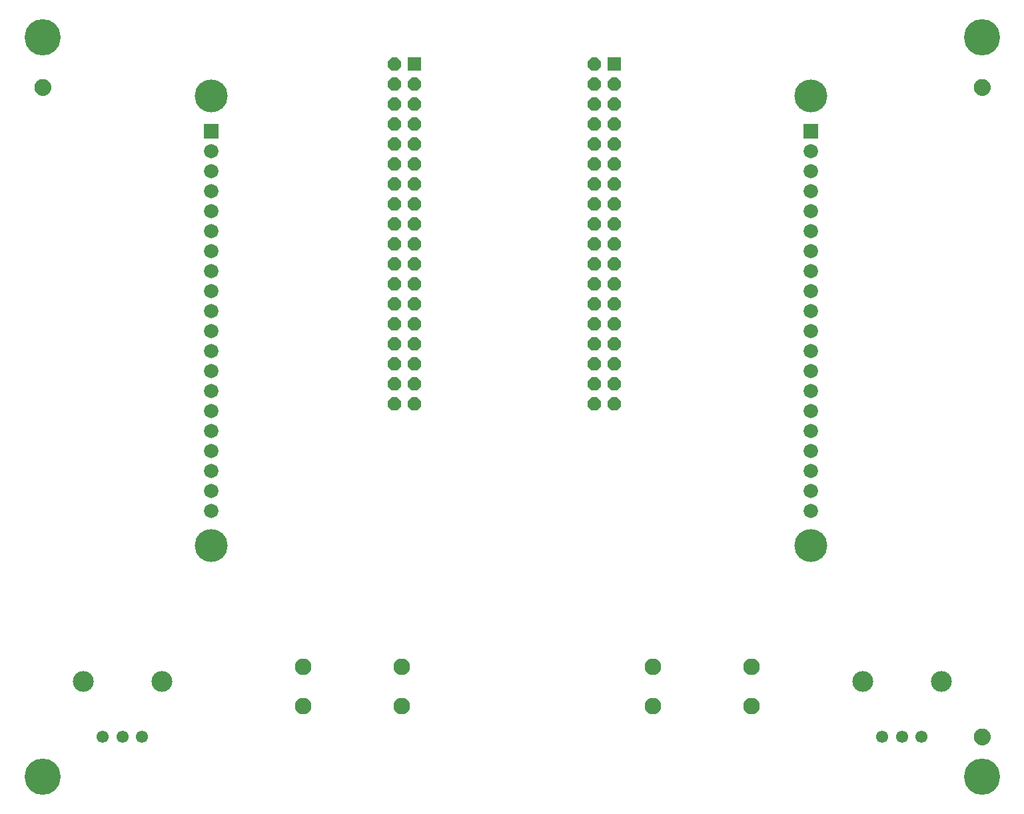
<source format=gbr>
G04 EAGLE Gerber RS-274X export*
G75*
%MOMM*%
%FSLAX34Y34*%
%LPD*%
%INSoldermask Bottom*%
%IPPOS*%
%AMOC8*
5,1,8,0,0,1.08239X$1,22.5*%
G01*
%ADD10R,1.676400X1.676400*%
%ADD11P,1.814519X8X292.500000*%
%ADD12C,1.552400*%
%ADD13C,2.652400*%
%ADD14C,2.112400*%
%ADD15R,1.828800X1.828800*%
%ADD16C,1.828800*%
%ADD17C,4.168400*%
%ADD18C,0.609600*%
%ADD19C,1.168400*%
%ADD20C,4.597400*%


D10*
X764800Y944200D03*
D11*
X739400Y944200D03*
X764800Y918800D03*
X739400Y918800D03*
X764800Y893400D03*
X739400Y893400D03*
X764800Y868000D03*
X739400Y868000D03*
X764800Y842600D03*
X739400Y842600D03*
X764800Y817200D03*
X739400Y817200D03*
X764800Y791800D03*
X739400Y791800D03*
X764800Y766400D03*
X739400Y766400D03*
X764800Y741000D03*
X739400Y741000D03*
X764800Y715600D03*
X739400Y715600D03*
X764800Y690200D03*
X739400Y690200D03*
X764800Y664800D03*
X739400Y664800D03*
X764800Y639400D03*
X739400Y639400D03*
X764800Y614000D03*
X739400Y614000D03*
X764800Y588600D03*
X739400Y588600D03*
X764800Y563200D03*
X739400Y563200D03*
X764800Y537800D03*
X739400Y537800D03*
X764800Y512400D03*
X739400Y512400D03*
D10*
X510800Y944200D03*
D11*
X485400Y944200D03*
X510800Y918800D03*
X485400Y918800D03*
X510800Y893400D03*
X485400Y893400D03*
X510800Y868000D03*
X485400Y868000D03*
X510800Y842600D03*
X485400Y842600D03*
X510800Y817200D03*
X485400Y817200D03*
X510800Y791800D03*
X485400Y791800D03*
X510800Y766400D03*
X485400Y766400D03*
X510800Y741000D03*
X485400Y741000D03*
X510800Y715600D03*
X485400Y715600D03*
X510800Y690200D03*
X485400Y690200D03*
X510800Y664800D03*
X485400Y664800D03*
X510800Y639400D03*
X485400Y639400D03*
X510800Y614000D03*
X485400Y614000D03*
X510800Y588600D03*
X485400Y588600D03*
X510800Y563200D03*
X485400Y563200D03*
X510800Y537800D03*
X485400Y537800D03*
X510800Y512400D03*
X485400Y512400D03*
D12*
X114700Y88900D03*
X139700Y88900D03*
X164700Y88900D03*
D13*
X89700Y158900D03*
X189700Y158900D03*
D12*
X1105300Y88900D03*
X1130300Y88900D03*
X1155300Y88900D03*
D13*
X1080300Y158900D03*
X1180300Y158900D03*
D14*
X494300Y177400D03*
X494300Y127400D03*
X369300Y127400D03*
X369300Y177400D03*
X938800Y177400D03*
X938800Y127400D03*
X813800Y127400D03*
X813800Y177400D03*
D15*
X252730Y858520D03*
D16*
X252730Y833120D03*
X252730Y807720D03*
X252730Y782320D03*
X252730Y756920D03*
X252730Y731520D03*
X252730Y706120D03*
X252730Y680720D03*
X252730Y655320D03*
X252730Y629920D03*
X252730Y604520D03*
X252730Y579120D03*
X252730Y553720D03*
X252730Y528320D03*
X252730Y502920D03*
X252730Y477520D03*
X252730Y452120D03*
X252730Y426720D03*
X252730Y401320D03*
X252730Y375920D03*
D15*
X1014730Y858520D03*
D16*
X1014730Y833120D03*
X1014730Y807720D03*
X1014730Y782320D03*
X1014730Y756920D03*
X1014730Y731520D03*
X1014730Y706120D03*
X1014730Y680720D03*
X1014730Y655320D03*
X1014730Y629920D03*
X1014730Y604520D03*
X1014730Y579120D03*
X1014730Y553720D03*
X1014730Y528320D03*
X1014730Y502920D03*
X1014730Y477520D03*
X1014730Y452120D03*
X1014730Y426720D03*
X1014730Y401320D03*
X1014730Y375920D03*
D17*
X1014730Y331470D03*
X1014730Y902970D03*
X252730Y331470D03*
X252730Y902970D03*
D18*
X30480Y914400D02*
X30482Y914587D01*
X30489Y914774D01*
X30501Y914961D01*
X30517Y915147D01*
X30537Y915333D01*
X30562Y915518D01*
X30592Y915703D01*
X30626Y915887D01*
X30665Y916070D01*
X30708Y916252D01*
X30756Y916432D01*
X30808Y916612D01*
X30865Y916790D01*
X30925Y916967D01*
X30991Y917142D01*
X31060Y917316D01*
X31134Y917488D01*
X31212Y917658D01*
X31294Y917826D01*
X31380Y917992D01*
X31470Y918156D01*
X31564Y918317D01*
X31662Y918477D01*
X31764Y918633D01*
X31870Y918788D01*
X31980Y918939D01*
X32093Y919088D01*
X32210Y919234D01*
X32330Y919377D01*
X32454Y919517D01*
X32581Y919654D01*
X32712Y919788D01*
X32846Y919919D01*
X32983Y920046D01*
X33123Y920170D01*
X33266Y920290D01*
X33412Y920407D01*
X33561Y920520D01*
X33712Y920630D01*
X33867Y920736D01*
X34023Y920838D01*
X34183Y920936D01*
X34344Y921030D01*
X34508Y921120D01*
X34674Y921206D01*
X34842Y921288D01*
X35012Y921366D01*
X35184Y921440D01*
X35358Y921509D01*
X35533Y921575D01*
X35710Y921635D01*
X35888Y921692D01*
X36068Y921744D01*
X36248Y921792D01*
X36430Y921835D01*
X36613Y921874D01*
X36797Y921908D01*
X36982Y921938D01*
X37167Y921963D01*
X37353Y921983D01*
X37539Y921999D01*
X37726Y922011D01*
X37913Y922018D01*
X38100Y922020D01*
X38287Y922018D01*
X38474Y922011D01*
X38661Y921999D01*
X38847Y921983D01*
X39033Y921963D01*
X39218Y921938D01*
X39403Y921908D01*
X39587Y921874D01*
X39770Y921835D01*
X39952Y921792D01*
X40132Y921744D01*
X40312Y921692D01*
X40490Y921635D01*
X40667Y921575D01*
X40842Y921509D01*
X41016Y921440D01*
X41188Y921366D01*
X41358Y921288D01*
X41526Y921206D01*
X41692Y921120D01*
X41856Y921030D01*
X42017Y920936D01*
X42177Y920838D01*
X42333Y920736D01*
X42488Y920630D01*
X42639Y920520D01*
X42788Y920407D01*
X42934Y920290D01*
X43077Y920170D01*
X43217Y920046D01*
X43354Y919919D01*
X43488Y919788D01*
X43619Y919654D01*
X43746Y919517D01*
X43870Y919377D01*
X43990Y919234D01*
X44107Y919088D01*
X44220Y918939D01*
X44330Y918788D01*
X44436Y918633D01*
X44538Y918477D01*
X44636Y918317D01*
X44730Y918156D01*
X44820Y917992D01*
X44906Y917826D01*
X44988Y917658D01*
X45066Y917488D01*
X45140Y917316D01*
X45209Y917142D01*
X45275Y916967D01*
X45335Y916790D01*
X45392Y916612D01*
X45444Y916432D01*
X45492Y916252D01*
X45535Y916070D01*
X45574Y915887D01*
X45608Y915703D01*
X45638Y915518D01*
X45663Y915333D01*
X45683Y915147D01*
X45699Y914961D01*
X45711Y914774D01*
X45718Y914587D01*
X45720Y914400D01*
X45718Y914213D01*
X45711Y914026D01*
X45699Y913839D01*
X45683Y913653D01*
X45663Y913467D01*
X45638Y913282D01*
X45608Y913097D01*
X45574Y912913D01*
X45535Y912730D01*
X45492Y912548D01*
X45444Y912368D01*
X45392Y912188D01*
X45335Y912010D01*
X45275Y911833D01*
X45209Y911658D01*
X45140Y911484D01*
X45066Y911312D01*
X44988Y911142D01*
X44906Y910974D01*
X44820Y910808D01*
X44730Y910644D01*
X44636Y910483D01*
X44538Y910323D01*
X44436Y910167D01*
X44330Y910012D01*
X44220Y909861D01*
X44107Y909712D01*
X43990Y909566D01*
X43870Y909423D01*
X43746Y909283D01*
X43619Y909146D01*
X43488Y909012D01*
X43354Y908881D01*
X43217Y908754D01*
X43077Y908630D01*
X42934Y908510D01*
X42788Y908393D01*
X42639Y908280D01*
X42488Y908170D01*
X42333Y908064D01*
X42177Y907962D01*
X42017Y907864D01*
X41856Y907770D01*
X41692Y907680D01*
X41526Y907594D01*
X41358Y907512D01*
X41188Y907434D01*
X41016Y907360D01*
X40842Y907291D01*
X40667Y907225D01*
X40490Y907165D01*
X40312Y907108D01*
X40132Y907056D01*
X39952Y907008D01*
X39770Y906965D01*
X39587Y906926D01*
X39403Y906892D01*
X39218Y906862D01*
X39033Y906837D01*
X38847Y906817D01*
X38661Y906801D01*
X38474Y906789D01*
X38287Y906782D01*
X38100Y906780D01*
X37913Y906782D01*
X37726Y906789D01*
X37539Y906801D01*
X37353Y906817D01*
X37167Y906837D01*
X36982Y906862D01*
X36797Y906892D01*
X36613Y906926D01*
X36430Y906965D01*
X36248Y907008D01*
X36068Y907056D01*
X35888Y907108D01*
X35710Y907165D01*
X35533Y907225D01*
X35358Y907291D01*
X35184Y907360D01*
X35012Y907434D01*
X34842Y907512D01*
X34674Y907594D01*
X34508Y907680D01*
X34344Y907770D01*
X34183Y907864D01*
X34023Y907962D01*
X33867Y908064D01*
X33712Y908170D01*
X33561Y908280D01*
X33412Y908393D01*
X33266Y908510D01*
X33123Y908630D01*
X32983Y908754D01*
X32846Y908881D01*
X32712Y909012D01*
X32581Y909146D01*
X32454Y909283D01*
X32330Y909423D01*
X32210Y909566D01*
X32093Y909712D01*
X31980Y909861D01*
X31870Y910012D01*
X31764Y910167D01*
X31662Y910323D01*
X31564Y910483D01*
X31470Y910644D01*
X31380Y910808D01*
X31294Y910974D01*
X31212Y911142D01*
X31134Y911312D01*
X31060Y911484D01*
X30991Y911658D01*
X30925Y911833D01*
X30865Y912010D01*
X30808Y912188D01*
X30756Y912368D01*
X30708Y912548D01*
X30665Y912730D01*
X30626Y912913D01*
X30592Y913097D01*
X30562Y913282D01*
X30537Y913467D01*
X30517Y913653D01*
X30501Y913839D01*
X30489Y914026D01*
X30482Y914213D01*
X30480Y914400D01*
D19*
X38100Y914400D03*
D18*
X1224280Y914400D02*
X1224282Y914587D01*
X1224289Y914774D01*
X1224301Y914961D01*
X1224317Y915147D01*
X1224337Y915333D01*
X1224362Y915518D01*
X1224392Y915703D01*
X1224426Y915887D01*
X1224465Y916070D01*
X1224508Y916252D01*
X1224556Y916432D01*
X1224608Y916612D01*
X1224665Y916790D01*
X1224725Y916967D01*
X1224791Y917142D01*
X1224860Y917316D01*
X1224934Y917488D01*
X1225012Y917658D01*
X1225094Y917826D01*
X1225180Y917992D01*
X1225270Y918156D01*
X1225364Y918317D01*
X1225462Y918477D01*
X1225564Y918633D01*
X1225670Y918788D01*
X1225780Y918939D01*
X1225893Y919088D01*
X1226010Y919234D01*
X1226130Y919377D01*
X1226254Y919517D01*
X1226381Y919654D01*
X1226512Y919788D01*
X1226646Y919919D01*
X1226783Y920046D01*
X1226923Y920170D01*
X1227066Y920290D01*
X1227212Y920407D01*
X1227361Y920520D01*
X1227512Y920630D01*
X1227667Y920736D01*
X1227823Y920838D01*
X1227983Y920936D01*
X1228144Y921030D01*
X1228308Y921120D01*
X1228474Y921206D01*
X1228642Y921288D01*
X1228812Y921366D01*
X1228984Y921440D01*
X1229158Y921509D01*
X1229333Y921575D01*
X1229510Y921635D01*
X1229688Y921692D01*
X1229868Y921744D01*
X1230048Y921792D01*
X1230230Y921835D01*
X1230413Y921874D01*
X1230597Y921908D01*
X1230782Y921938D01*
X1230967Y921963D01*
X1231153Y921983D01*
X1231339Y921999D01*
X1231526Y922011D01*
X1231713Y922018D01*
X1231900Y922020D01*
X1232087Y922018D01*
X1232274Y922011D01*
X1232461Y921999D01*
X1232647Y921983D01*
X1232833Y921963D01*
X1233018Y921938D01*
X1233203Y921908D01*
X1233387Y921874D01*
X1233570Y921835D01*
X1233752Y921792D01*
X1233932Y921744D01*
X1234112Y921692D01*
X1234290Y921635D01*
X1234467Y921575D01*
X1234642Y921509D01*
X1234816Y921440D01*
X1234988Y921366D01*
X1235158Y921288D01*
X1235326Y921206D01*
X1235492Y921120D01*
X1235656Y921030D01*
X1235817Y920936D01*
X1235977Y920838D01*
X1236133Y920736D01*
X1236288Y920630D01*
X1236439Y920520D01*
X1236588Y920407D01*
X1236734Y920290D01*
X1236877Y920170D01*
X1237017Y920046D01*
X1237154Y919919D01*
X1237288Y919788D01*
X1237419Y919654D01*
X1237546Y919517D01*
X1237670Y919377D01*
X1237790Y919234D01*
X1237907Y919088D01*
X1238020Y918939D01*
X1238130Y918788D01*
X1238236Y918633D01*
X1238338Y918477D01*
X1238436Y918317D01*
X1238530Y918156D01*
X1238620Y917992D01*
X1238706Y917826D01*
X1238788Y917658D01*
X1238866Y917488D01*
X1238940Y917316D01*
X1239009Y917142D01*
X1239075Y916967D01*
X1239135Y916790D01*
X1239192Y916612D01*
X1239244Y916432D01*
X1239292Y916252D01*
X1239335Y916070D01*
X1239374Y915887D01*
X1239408Y915703D01*
X1239438Y915518D01*
X1239463Y915333D01*
X1239483Y915147D01*
X1239499Y914961D01*
X1239511Y914774D01*
X1239518Y914587D01*
X1239520Y914400D01*
X1239518Y914213D01*
X1239511Y914026D01*
X1239499Y913839D01*
X1239483Y913653D01*
X1239463Y913467D01*
X1239438Y913282D01*
X1239408Y913097D01*
X1239374Y912913D01*
X1239335Y912730D01*
X1239292Y912548D01*
X1239244Y912368D01*
X1239192Y912188D01*
X1239135Y912010D01*
X1239075Y911833D01*
X1239009Y911658D01*
X1238940Y911484D01*
X1238866Y911312D01*
X1238788Y911142D01*
X1238706Y910974D01*
X1238620Y910808D01*
X1238530Y910644D01*
X1238436Y910483D01*
X1238338Y910323D01*
X1238236Y910167D01*
X1238130Y910012D01*
X1238020Y909861D01*
X1237907Y909712D01*
X1237790Y909566D01*
X1237670Y909423D01*
X1237546Y909283D01*
X1237419Y909146D01*
X1237288Y909012D01*
X1237154Y908881D01*
X1237017Y908754D01*
X1236877Y908630D01*
X1236734Y908510D01*
X1236588Y908393D01*
X1236439Y908280D01*
X1236288Y908170D01*
X1236133Y908064D01*
X1235977Y907962D01*
X1235817Y907864D01*
X1235656Y907770D01*
X1235492Y907680D01*
X1235326Y907594D01*
X1235158Y907512D01*
X1234988Y907434D01*
X1234816Y907360D01*
X1234642Y907291D01*
X1234467Y907225D01*
X1234290Y907165D01*
X1234112Y907108D01*
X1233932Y907056D01*
X1233752Y907008D01*
X1233570Y906965D01*
X1233387Y906926D01*
X1233203Y906892D01*
X1233018Y906862D01*
X1232833Y906837D01*
X1232647Y906817D01*
X1232461Y906801D01*
X1232274Y906789D01*
X1232087Y906782D01*
X1231900Y906780D01*
X1231713Y906782D01*
X1231526Y906789D01*
X1231339Y906801D01*
X1231153Y906817D01*
X1230967Y906837D01*
X1230782Y906862D01*
X1230597Y906892D01*
X1230413Y906926D01*
X1230230Y906965D01*
X1230048Y907008D01*
X1229868Y907056D01*
X1229688Y907108D01*
X1229510Y907165D01*
X1229333Y907225D01*
X1229158Y907291D01*
X1228984Y907360D01*
X1228812Y907434D01*
X1228642Y907512D01*
X1228474Y907594D01*
X1228308Y907680D01*
X1228144Y907770D01*
X1227983Y907864D01*
X1227823Y907962D01*
X1227667Y908064D01*
X1227512Y908170D01*
X1227361Y908280D01*
X1227212Y908393D01*
X1227066Y908510D01*
X1226923Y908630D01*
X1226783Y908754D01*
X1226646Y908881D01*
X1226512Y909012D01*
X1226381Y909146D01*
X1226254Y909283D01*
X1226130Y909423D01*
X1226010Y909566D01*
X1225893Y909712D01*
X1225780Y909861D01*
X1225670Y910012D01*
X1225564Y910167D01*
X1225462Y910323D01*
X1225364Y910483D01*
X1225270Y910644D01*
X1225180Y910808D01*
X1225094Y910974D01*
X1225012Y911142D01*
X1224934Y911312D01*
X1224860Y911484D01*
X1224791Y911658D01*
X1224725Y911833D01*
X1224665Y912010D01*
X1224608Y912188D01*
X1224556Y912368D01*
X1224508Y912548D01*
X1224465Y912730D01*
X1224426Y912913D01*
X1224392Y913097D01*
X1224362Y913282D01*
X1224337Y913467D01*
X1224317Y913653D01*
X1224301Y913839D01*
X1224289Y914026D01*
X1224282Y914213D01*
X1224280Y914400D01*
D19*
X1231900Y914400D03*
D18*
X1224280Y88900D02*
X1224282Y89087D01*
X1224289Y89274D01*
X1224301Y89461D01*
X1224317Y89647D01*
X1224337Y89833D01*
X1224362Y90018D01*
X1224392Y90203D01*
X1224426Y90387D01*
X1224465Y90570D01*
X1224508Y90752D01*
X1224556Y90932D01*
X1224608Y91112D01*
X1224665Y91290D01*
X1224725Y91467D01*
X1224791Y91642D01*
X1224860Y91816D01*
X1224934Y91988D01*
X1225012Y92158D01*
X1225094Y92326D01*
X1225180Y92492D01*
X1225270Y92656D01*
X1225364Y92817D01*
X1225462Y92977D01*
X1225564Y93133D01*
X1225670Y93288D01*
X1225780Y93439D01*
X1225893Y93588D01*
X1226010Y93734D01*
X1226130Y93877D01*
X1226254Y94017D01*
X1226381Y94154D01*
X1226512Y94288D01*
X1226646Y94419D01*
X1226783Y94546D01*
X1226923Y94670D01*
X1227066Y94790D01*
X1227212Y94907D01*
X1227361Y95020D01*
X1227512Y95130D01*
X1227667Y95236D01*
X1227823Y95338D01*
X1227983Y95436D01*
X1228144Y95530D01*
X1228308Y95620D01*
X1228474Y95706D01*
X1228642Y95788D01*
X1228812Y95866D01*
X1228984Y95940D01*
X1229158Y96009D01*
X1229333Y96075D01*
X1229510Y96135D01*
X1229688Y96192D01*
X1229868Y96244D01*
X1230048Y96292D01*
X1230230Y96335D01*
X1230413Y96374D01*
X1230597Y96408D01*
X1230782Y96438D01*
X1230967Y96463D01*
X1231153Y96483D01*
X1231339Y96499D01*
X1231526Y96511D01*
X1231713Y96518D01*
X1231900Y96520D01*
X1232087Y96518D01*
X1232274Y96511D01*
X1232461Y96499D01*
X1232647Y96483D01*
X1232833Y96463D01*
X1233018Y96438D01*
X1233203Y96408D01*
X1233387Y96374D01*
X1233570Y96335D01*
X1233752Y96292D01*
X1233932Y96244D01*
X1234112Y96192D01*
X1234290Y96135D01*
X1234467Y96075D01*
X1234642Y96009D01*
X1234816Y95940D01*
X1234988Y95866D01*
X1235158Y95788D01*
X1235326Y95706D01*
X1235492Y95620D01*
X1235656Y95530D01*
X1235817Y95436D01*
X1235977Y95338D01*
X1236133Y95236D01*
X1236288Y95130D01*
X1236439Y95020D01*
X1236588Y94907D01*
X1236734Y94790D01*
X1236877Y94670D01*
X1237017Y94546D01*
X1237154Y94419D01*
X1237288Y94288D01*
X1237419Y94154D01*
X1237546Y94017D01*
X1237670Y93877D01*
X1237790Y93734D01*
X1237907Y93588D01*
X1238020Y93439D01*
X1238130Y93288D01*
X1238236Y93133D01*
X1238338Y92977D01*
X1238436Y92817D01*
X1238530Y92656D01*
X1238620Y92492D01*
X1238706Y92326D01*
X1238788Y92158D01*
X1238866Y91988D01*
X1238940Y91816D01*
X1239009Y91642D01*
X1239075Y91467D01*
X1239135Y91290D01*
X1239192Y91112D01*
X1239244Y90932D01*
X1239292Y90752D01*
X1239335Y90570D01*
X1239374Y90387D01*
X1239408Y90203D01*
X1239438Y90018D01*
X1239463Y89833D01*
X1239483Y89647D01*
X1239499Y89461D01*
X1239511Y89274D01*
X1239518Y89087D01*
X1239520Y88900D01*
X1239518Y88713D01*
X1239511Y88526D01*
X1239499Y88339D01*
X1239483Y88153D01*
X1239463Y87967D01*
X1239438Y87782D01*
X1239408Y87597D01*
X1239374Y87413D01*
X1239335Y87230D01*
X1239292Y87048D01*
X1239244Y86868D01*
X1239192Y86688D01*
X1239135Y86510D01*
X1239075Y86333D01*
X1239009Y86158D01*
X1238940Y85984D01*
X1238866Y85812D01*
X1238788Y85642D01*
X1238706Y85474D01*
X1238620Y85308D01*
X1238530Y85144D01*
X1238436Y84983D01*
X1238338Y84823D01*
X1238236Y84667D01*
X1238130Y84512D01*
X1238020Y84361D01*
X1237907Y84212D01*
X1237790Y84066D01*
X1237670Y83923D01*
X1237546Y83783D01*
X1237419Y83646D01*
X1237288Y83512D01*
X1237154Y83381D01*
X1237017Y83254D01*
X1236877Y83130D01*
X1236734Y83010D01*
X1236588Y82893D01*
X1236439Y82780D01*
X1236288Y82670D01*
X1236133Y82564D01*
X1235977Y82462D01*
X1235817Y82364D01*
X1235656Y82270D01*
X1235492Y82180D01*
X1235326Y82094D01*
X1235158Y82012D01*
X1234988Y81934D01*
X1234816Y81860D01*
X1234642Y81791D01*
X1234467Y81725D01*
X1234290Y81665D01*
X1234112Y81608D01*
X1233932Y81556D01*
X1233752Y81508D01*
X1233570Y81465D01*
X1233387Y81426D01*
X1233203Y81392D01*
X1233018Y81362D01*
X1232833Y81337D01*
X1232647Y81317D01*
X1232461Y81301D01*
X1232274Y81289D01*
X1232087Y81282D01*
X1231900Y81280D01*
X1231713Y81282D01*
X1231526Y81289D01*
X1231339Y81301D01*
X1231153Y81317D01*
X1230967Y81337D01*
X1230782Y81362D01*
X1230597Y81392D01*
X1230413Y81426D01*
X1230230Y81465D01*
X1230048Y81508D01*
X1229868Y81556D01*
X1229688Y81608D01*
X1229510Y81665D01*
X1229333Y81725D01*
X1229158Y81791D01*
X1228984Y81860D01*
X1228812Y81934D01*
X1228642Y82012D01*
X1228474Y82094D01*
X1228308Y82180D01*
X1228144Y82270D01*
X1227983Y82364D01*
X1227823Y82462D01*
X1227667Y82564D01*
X1227512Y82670D01*
X1227361Y82780D01*
X1227212Y82893D01*
X1227066Y83010D01*
X1226923Y83130D01*
X1226783Y83254D01*
X1226646Y83381D01*
X1226512Y83512D01*
X1226381Y83646D01*
X1226254Y83783D01*
X1226130Y83923D01*
X1226010Y84066D01*
X1225893Y84212D01*
X1225780Y84361D01*
X1225670Y84512D01*
X1225564Y84667D01*
X1225462Y84823D01*
X1225364Y84983D01*
X1225270Y85144D01*
X1225180Y85308D01*
X1225094Y85474D01*
X1225012Y85642D01*
X1224934Y85812D01*
X1224860Y85984D01*
X1224791Y86158D01*
X1224725Y86333D01*
X1224665Y86510D01*
X1224608Y86688D01*
X1224556Y86868D01*
X1224508Y87048D01*
X1224465Y87230D01*
X1224426Y87413D01*
X1224392Y87597D01*
X1224362Y87782D01*
X1224337Y87967D01*
X1224317Y88153D01*
X1224301Y88339D01*
X1224289Y88526D01*
X1224282Y88713D01*
X1224280Y88900D01*
D19*
X1231900Y88900D03*
D20*
X38100Y977900D03*
X38100Y38100D03*
X1231900Y38100D03*
X1231900Y977900D03*
M02*

</source>
